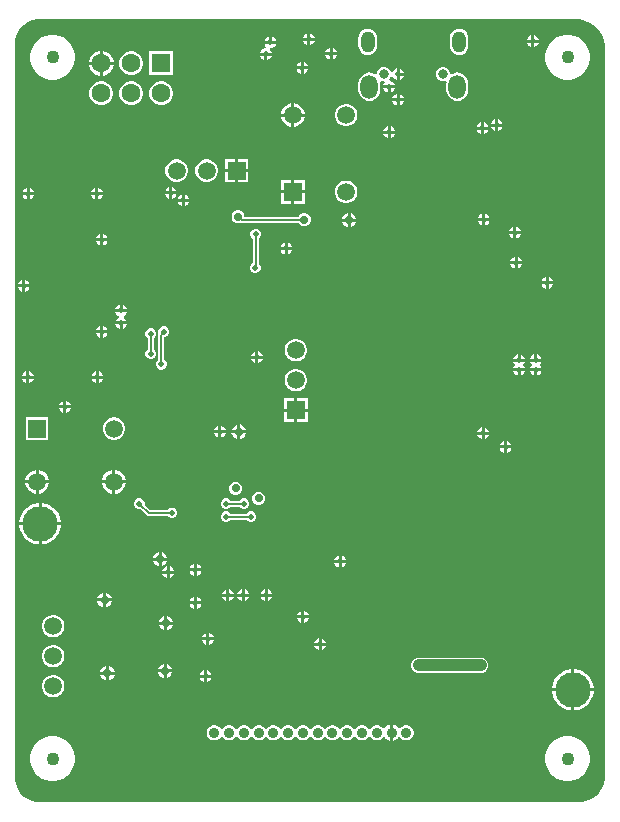
<source format=gbr>
%TF.GenerationSoftware,Altium Limited,Altium Designer,21.6.4 (81)*%
G04 Layer_Physical_Order=2*
G04 Layer_Color=16711680*
%FSLAX43Y43*%
%MOMM*%
%TF.SameCoordinates,B20EAAAA-7FFA-483C-807E-B1D6702B97A4*%
%TF.FilePolarity,Positive*%
%TF.FileFunction,Copper,L2,Bot,Signal*%
%TF.Part,Single*%
G01*
G75*
%TA.AperFunction,Conductor*%
%ADD39C,0.200*%
%ADD43C,1.000*%
%TA.AperFunction,ComponentPad*%
%ADD46C,1.498*%
%ADD47R,1.498X1.498*%
%ADD48C,0.900*%
%ADD49O,1.450X2.000*%
%ADD50O,1.150X1.800*%
%ADD51C,0.800*%
%ADD52R,1.600X1.600*%
%ADD53C,1.600*%
%TA.AperFunction,WasherPad*%
%ADD54C,1.100*%
%TA.AperFunction,ComponentPad*%
%ADD55C,1.500*%
%ADD56R,1.498X1.498*%
%ADD57R,1.500X1.500*%
%ADD58R,1.500X1.500*%
%TA.AperFunction,ViaPad*%
%ADD59C,0.700*%
%ADD60C,3.000*%
%ADD61C,0.500*%
G36*
X2100Y65749D02*
X2100Y65749D01*
X2100Y65750D01*
X47599D01*
X47600Y65749D01*
Y65749D01*
X47838Y65745D01*
X48304Y65643D01*
X48741Y65454D01*
X49133Y65185D01*
X49467Y64845D01*
X49728Y64447D01*
X49908Y64006D01*
X50000Y63538D01*
Y63300D01*
X50000D01*
X50000Y63300D01*
X50000Y1700D01*
Y1478D01*
X49914Y1044D01*
X49744Y634D01*
X49498Y266D01*
X49184Y-48D01*
X48816Y-294D01*
X48406Y-464D01*
X47972Y-550D01*
X47750D01*
Y-550D01*
X2150D01*
X2100Y-549D01*
X1891Y-545D01*
X1484Y-455D01*
X1101Y-289D01*
X758Y-52D01*
X466Y247D01*
X238Y596D01*
X80Y982D01*
X0Y1391D01*
Y1600D01*
Y63700D01*
Y63905D01*
X81Y64307D01*
X240Y64685D01*
X471Y65024D01*
X765Y65310D01*
X1109Y65533D01*
X1491Y65683D01*
X1895Y65754D01*
X2100Y65749D01*
D02*
G37*
%LPC*%
G36*
X25027Y64543D02*
Y64177D01*
X25393D01*
X25327Y64335D01*
X25185Y64477D01*
X25027Y64543D01*
D02*
G37*
G36*
X24773D02*
X24615Y64477D01*
X24473Y64335D01*
X24407Y64177D01*
X24773D01*
Y64543D01*
D02*
G37*
G36*
X43977Y64393D02*
Y64027D01*
X44343D01*
X44277Y64186D01*
X44135Y64327D01*
X43977Y64393D01*
D02*
G37*
G36*
X43723D02*
X43565Y64327D01*
X43423Y64186D01*
X43357Y64027D01*
X43723D01*
Y64393D01*
D02*
G37*
G36*
X21777Y64293D02*
Y63927D01*
X22143D01*
X22077Y64086D01*
X21935Y64227D01*
X21777Y64293D01*
D02*
G37*
G36*
X21523D02*
X21365Y64227D01*
X21223Y64086D01*
X21157Y63927D01*
X21523D01*
Y64293D01*
D02*
G37*
G36*
X25393Y63923D02*
X25027D01*
Y63557D01*
X25185Y63623D01*
X25327Y63765D01*
X25393Y63923D01*
D02*
G37*
G36*
X24773D02*
X24407D01*
X24473Y63765D01*
X24615Y63623D01*
X24773Y63557D01*
Y63923D01*
D02*
G37*
G36*
X44343Y63773D02*
X43977D01*
Y63407D01*
X44135Y63473D01*
X44277Y63615D01*
X44343Y63773D01*
D02*
G37*
G36*
X43723D02*
X43357D01*
X43423Y63615D01*
X43565Y63473D01*
X43723Y63407D01*
Y63773D01*
D02*
G37*
G36*
X26927Y63343D02*
Y62977D01*
X27293D01*
X27227Y63135D01*
X27085Y63277D01*
X26927Y63343D01*
D02*
G37*
G36*
X26673D02*
X26515Y63277D01*
X26373Y63135D01*
X26307Y62977D01*
X26673D01*
Y63343D01*
D02*
G37*
G36*
X22143Y63673D02*
X21157D01*
X21223Y63515D01*
X21306Y63431D01*
X21254Y63304D01*
X21150D01*
X20965Y63227D01*
X20823Y63085D01*
X20757Y62927D01*
X21743D01*
X21677Y63085D01*
X21594Y63169D01*
X21646Y63296D01*
X21750D01*
X21935Y63373D01*
X22077Y63515D01*
X22143Y63673D01*
D02*
G37*
G36*
X37625Y64957D02*
X37423Y64930D01*
X37234Y64852D01*
X37072Y64728D01*
X36948Y64566D01*
X36870Y64377D01*
X36843Y64175D01*
Y63525D01*
X36870Y63323D01*
X36948Y63134D01*
X37072Y62972D01*
X37234Y62848D01*
X37423Y62770D01*
X37625Y62743D01*
X37827Y62770D01*
X38016Y62848D01*
X38178Y62972D01*
X38302Y63134D01*
X38380Y63323D01*
X38407Y63525D01*
Y64175D01*
X38380Y64377D01*
X38302Y64566D01*
X38178Y64728D01*
X38016Y64852D01*
X37827Y64930D01*
X37625Y64957D01*
D02*
G37*
G36*
X29875D02*
X29673Y64930D01*
X29484Y64852D01*
X29322Y64728D01*
X29198Y64566D01*
X29120Y64377D01*
X29093Y64175D01*
Y63525D01*
X29120Y63323D01*
X29198Y63134D01*
X29322Y62972D01*
X29484Y62848D01*
X29673Y62770D01*
X29875Y62743D01*
X30077Y62770D01*
X30266Y62848D01*
X30428Y62972D01*
X30552Y63134D01*
X30630Y63323D01*
X30657Y63525D01*
Y64175D01*
X30630Y64377D01*
X30552Y64566D01*
X30428Y64728D01*
X30266Y64852D01*
X30077Y64930D01*
X29875Y64957D01*
D02*
G37*
G36*
X27293Y62723D02*
X26927D01*
Y62357D01*
X27085Y62423D01*
X27227Y62565D01*
X27293Y62723D01*
D02*
G37*
G36*
X26673D02*
X26307D01*
X26373Y62565D01*
X26515Y62423D01*
X26673Y62357D01*
Y62723D01*
D02*
G37*
G36*
X21743Y62673D02*
X21377D01*
Y62307D01*
X21535Y62373D01*
X21677Y62514D01*
X21743Y62673D01*
D02*
G37*
G36*
X21123D02*
X20757D01*
X20823Y62514D01*
X20965Y62373D01*
X21123Y62307D01*
Y62673D01*
D02*
G37*
G36*
X7459Y63094D02*
X7447D01*
Y62167D01*
X8374D01*
Y62179D01*
X8302Y62447D01*
X8163Y62687D01*
X7967Y62883D01*
X7727Y63022D01*
X7459Y63094D01*
D02*
G37*
G36*
X7193D02*
X7181D01*
X6913Y63022D01*
X6673Y62883D01*
X6477Y62687D01*
X6338Y62447D01*
X6266Y62179D01*
Y62167D01*
X7193D01*
Y63094D01*
D02*
G37*
G36*
X24477Y62143D02*
Y61777D01*
X24843D01*
X24777Y61935D01*
X24635Y62077D01*
X24477Y62143D01*
D02*
G37*
G36*
X24223D02*
X24065Y62077D01*
X23923Y61935D01*
X23857Y61777D01*
X24223D01*
Y62143D01*
D02*
G37*
G36*
X32577Y61593D02*
Y61227D01*
X32943D01*
X32877Y61385D01*
X32735Y61527D01*
X32577Y61593D01*
D02*
G37*
G36*
X24843Y61523D02*
X24477D01*
Y61157D01*
X24635Y61223D01*
X24777Y61365D01*
X24843Y61523D01*
D02*
G37*
G36*
X24223D02*
X23857D01*
X23923Y61365D01*
X24065Y61223D01*
X24223Y61157D01*
Y61523D01*
D02*
G37*
G36*
X31369Y61700D02*
X31131D01*
X30910Y61609D01*
X30741Y61440D01*
X30650Y61219D01*
Y61155D01*
X30536Y61099D01*
X30491Y61133D01*
X30266Y61226D01*
X30025Y61258D01*
X29784Y61226D01*
X29559Y61133D01*
X29365Y60985D01*
X29217Y60792D01*
X29124Y60566D01*
X29092Y60325D01*
Y59775D01*
X29124Y59534D01*
X29217Y59309D01*
X29365Y59115D01*
X29559Y58967D01*
X29784Y58874D01*
X30025Y58842D01*
X30266Y58874D01*
X30491Y58967D01*
X30685Y59115D01*
X30833Y59309D01*
X30926Y59534D01*
X30958Y59775D01*
Y60325D01*
X30943Y60440D01*
X31059Y60530D01*
X31131Y60500D01*
X31258D01*
X31310Y60373D01*
X31273Y60335D01*
X31207Y60177D01*
X32193D01*
X32127Y60335D01*
X31985Y60477D01*
X31800Y60554D01*
X31732D01*
X31680Y60681D01*
X31759Y60760D01*
X31833Y60940D01*
X31967Y60948D01*
X32023Y60815D01*
X32165Y60673D01*
X32323Y60607D01*
Y61100D01*
Y61593D01*
X32165Y61527D01*
X32023Y61385D01*
X31967Y61252D01*
X31833Y61260D01*
X31759Y61440D01*
X31590Y61609D01*
X31369Y61700D01*
D02*
G37*
G36*
X13400Y63040D02*
X11400D01*
Y61040D01*
X13400D01*
Y63040D01*
D02*
G37*
G36*
X9992D02*
X9728D01*
X9474Y62972D01*
X9246Y62840D01*
X9060Y62654D01*
X8928Y62426D01*
X8860Y62172D01*
Y61908D01*
X8928Y61654D01*
X9060Y61426D01*
X9246Y61240D01*
X9474Y61108D01*
X9728Y61040D01*
X9992D01*
X10246Y61108D01*
X10474Y61240D01*
X10660Y61426D01*
X10792Y61654D01*
X10860Y61908D01*
Y62172D01*
X10792Y62426D01*
X10660Y62654D01*
X10474Y62840D01*
X10246Y62972D01*
X9992Y63040D01*
D02*
G37*
G36*
X8374Y61913D02*
X7447D01*
Y60986D01*
X7459D01*
X7727Y61058D01*
X7967Y61197D01*
X8163Y61393D01*
X8302Y61633D01*
X8374Y61901D01*
Y61913D01*
D02*
G37*
G36*
X7193D02*
X6266D01*
Y61901D01*
X6338Y61633D01*
X6477Y61393D01*
X6673Y61197D01*
X6913Y61058D01*
X7181Y60986D01*
X7193D01*
Y61913D01*
D02*
G37*
G36*
X46987Y64450D02*
X46613D01*
X46246Y64377D01*
X45900Y64234D01*
X45589Y64026D01*
X45324Y63761D01*
X45116Y63450D01*
X44973Y63104D01*
X44900Y62737D01*
Y62363D01*
X44973Y61996D01*
X45116Y61650D01*
X45324Y61339D01*
X45589Y61074D01*
X45900Y60866D01*
X46246Y60723D01*
X46613Y60650D01*
X46987D01*
X47354Y60723D01*
X47700Y60866D01*
X48011Y61074D01*
X48276Y61339D01*
X48484Y61650D01*
X48627Y61996D01*
X48700Y62363D01*
Y62737D01*
X48627Y63104D01*
X48484Y63450D01*
X48276Y63761D01*
X48011Y64026D01*
X47700Y64234D01*
X47354Y64377D01*
X46987Y64450D01*
D02*
G37*
G36*
X3387D02*
X3013D01*
X2646Y64377D01*
X2300Y64234D01*
X1989Y64026D01*
X1724Y63761D01*
X1516Y63450D01*
X1373Y63104D01*
X1300Y62737D01*
Y62363D01*
X1373Y61996D01*
X1516Y61650D01*
X1724Y61339D01*
X1989Y61074D01*
X2300Y60866D01*
X2646Y60723D01*
X3013Y60650D01*
X3387D01*
X3754Y60723D01*
X4100Y60866D01*
X4411Y61074D01*
X4676Y61339D01*
X4884Y61650D01*
X5027Y61996D01*
X5100Y62363D01*
Y62737D01*
X5027Y63104D01*
X4884Y63450D01*
X4676Y63761D01*
X4411Y64026D01*
X4100Y64234D01*
X3754Y64377D01*
X3387Y64450D01*
D02*
G37*
G36*
X32943Y60973D02*
X32577D01*
Y60607D01*
X32735Y60673D01*
X32877Y60815D01*
X32943Y60973D01*
D02*
G37*
G36*
X32193Y59923D02*
X31827D01*
Y59557D01*
X31985Y59623D01*
X32127Y59765D01*
X32193Y59923D01*
D02*
G37*
G36*
X31573D02*
X31207D01*
X31273Y59765D01*
X31415Y59623D01*
X31573Y59557D01*
Y59923D01*
D02*
G37*
G36*
X32577Y59443D02*
Y59077D01*
X32943D01*
X32877Y59235D01*
X32735Y59377D01*
X32577Y59443D01*
D02*
G37*
G36*
X32323D02*
X32165Y59377D01*
X32023Y59235D01*
X31957Y59077D01*
X32323D01*
Y59443D01*
D02*
G37*
G36*
X36369Y61700D02*
X36131D01*
X35910Y61609D01*
X35741Y61440D01*
X35650Y61219D01*
Y60981D01*
X35741Y60760D01*
X35910Y60591D01*
X36131Y60500D01*
X36369D01*
X36441Y60530D01*
X36557Y60440D01*
X36542Y60325D01*
Y59775D01*
X36574Y59534D01*
X36667Y59309D01*
X36815Y59115D01*
X37009Y58967D01*
X37234Y58874D01*
X37475Y58842D01*
X37716Y58874D01*
X37941Y58967D01*
X38135Y59115D01*
X38283Y59309D01*
X38376Y59534D01*
X38408Y59775D01*
Y60325D01*
X38376Y60566D01*
X38283Y60792D01*
X38135Y60985D01*
X37941Y61133D01*
X37716Y61226D01*
X37475Y61258D01*
X37234Y61226D01*
X37009Y61133D01*
X36964Y61099D01*
X36850Y61155D01*
Y61219D01*
X36759Y61440D01*
X36590Y61609D01*
X36369Y61700D01*
D02*
G37*
G36*
X12532Y60500D02*
X12268D01*
X12014Y60432D01*
X11786Y60300D01*
X11600Y60114D01*
X11468Y59886D01*
X11400Y59632D01*
Y59368D01*
X11468Y59114D01*
X11600Y58886D01*
X11786Y58700D01*
X12014Y58568D01*
X12268Y58500D01*
X12532D01*
X12786Y58568D01*
X13014Y58700D01*
X13200Y58886D01*
X13332Y59114D01*
X13400Y59368D01*
Y59632D01*
X13332Y59886D01*
X13200Y60114D01*
X13014Y60300D01*
X12786Y60432D01*
X12532Y60500D01*
D02*
G37*
G36*
X9992D02*
X9728D01*
X9474Y60432D01*
X9246Y60300D01*
X9060Y60114D01*
X8928Y59886D01*
X8860Y59632D01*
Y59368D01*
X8928Y59114D01*
X9060Y58886D01*
X9246Y58700D01*
X9474Y58568D01*
X9728Y58500D01*
X9992D01*
X10246Y58568D01*
X10474Y58700D01*
X10660Y58886D01*
X10792Y59114D01*
X10860Y59368D01*
Y59632D01*
X10792Y59886D01*
X10660Y60114D01*
X10474Y60300D01*
X10246Y60432D01*
X9992Y60500D01*
D02*
G37*
G36*
X7452D02*
X7188D01*
X6934Y60432D01*
X6706Y60300D01*
X6520Y60114D01*
X6388Y59886D01*
X6320Y59632D01*
Y59368D01*
X6388Y59114D01*
X6520Y58886D01*
X6706Y58700D01*
X6934Y58568D01*
X7188Y58500D01*
X7452D01*
X7706Y58568D01*
X7934Y58700D01*
X8120Y58886D01*
X8252Y59114D01*
X8320Y59368D01*
Y59632D01*
X8252Y59886D01*
X8120Y60114D01*
X7934Y60300D01*
X7706Y60432D01*
X7452Y60500D01*
D02*
G37*
G36*
X32943Y58823D02*
X32577D01*
Y58457D01*
X32735Y58523D01*
X32877Y58665D01*
X32943Y58823D01*
D02*
G37*
G36*
X32323D02*
X31957D01*
X32023Y58665D01*
X32165Y58523D01*
X32323Y58457D01*
Y58823D01*
D02*
G37*
G36*
X23682Y58653D02*
X23677D01*
Y57777D01*
X24553D01*
Y57782D01*
X24485Y58037D01*
X24353Y58266D01*
X24166Y58453D01*
X23937Y58585D01*
X23682Y58653D01*
D02*
G37*
G36*
X23423D02*
X23418D01*
X23163Y58585D01*
X22934Y58453D01*
X22747Y58266D01*
X22615Y58037D01*
X22547Y57782D01*
Y57777D01*
X23423D01*
Y58653D01*
D02*
G37*
G36*
X40927Y57293D02*
Y56927D01*
X41293D01*
X41227Y57085D01*
X41085Y57227D01*
X40927Y57293D01*
D02*
G37*
G36*
X40673D02*
X40515Y57227D01*
X40373Y57085D01*
X40307Y56927D01*
X40673D01*
Y57293D01*
D02*
G37*
G36*
X28175Y58599D02*
X27925D01*
X27684Y58534D01*
X27467Y58409D01*
X27291Y58233D01*
X27166Y58016D01*
X27101Y57775D01*
Y57525D01*
X27166Y57284D01*
X27291Y57067D01*
X27467Y56891D01*
X27684Y56766D01*
X27925Y56701D01*
X28175D01*
X28416Y56766D01*
X28633Y56891D01*
X28809Y57067D01*
X28934Y57284D01*
X28999Y57525D01*
Y57775D01*
X28934Y58016D01*
X28809Y58233D01*
X28633Y58409D01*
X28416Y58534D01*
X28175Y58599D01*
D02*
G37*
G36*
X39727Y57043D02*
Y56677D01*
X40093D01*
X40027Y56835D01*
X39885Y56977D01*
X39727Y57043D01*
D02*
G37*
G36*
X39473D02*
X39315Y56977D01*
X39173Y56835D01*
X39107Y56677D01*
X39473D01*
Y57043D01*
D02*
G37*
G36*
X24553Y57523D02*
X23677D01*
Y56647D01*
X23682D01*
X23937Y56715D01*
X24166Y56847D01*
X24353Y57034D01*
X24485Y57263D01*
X24553Y57518D01*
Y57523D01*
D02*
G37*
G36*
X23423D02*
X22547D01*
Y57518D01*
X22615Y57263D01*
X22747Y57034D01*
X22934Y56847D01*
X23163Y56715D01*
X23418Y56647D01*
X23423D01*
Y57523D01*
D02*
G37*
G36*
X31827Y56693D02*
Y56327D01*
X32193D01*
X32127Y56485D01*
X31985Y56627D01*
X31827Y56693D01*
D02*
G37*
G36*
X31573D02*
X31415Y56627D01*
X31273Y56485D01*
X31207Y56327D01*
X31573D01*
Y56693D01*
D02*
G37*
G36*
X41293Y56673D02*
X40927D01*
Y56307D01*
X41085Y56373D01*
X41227Y56515D01*
X41293Y56673D01*
D02*
G37*
G36*
X40673D02*
X40307D01*
X40373Y56515D01*
X40515Y56373D01*
X40673Y56307D01*
Y56673D01*
D02*
G37*
G36*
X40093Y56423D02*
X39727D01*
Y56057D01*
X39885Y56123D01*
X40027Y56265D01*
X40093Y56423D01*
D02*
G37*
G36*
X39473D02*
X39107D01*
X39173Y56265D01*
X39315Y56123D01*
X39473Y56057D01*
Y56423D01*
D02*
G37*
G36*
X32193Y56073D02*
X31827D01*
Y55707D01*
X31985Y55773D01*
X32127Y55915D01*
X32193Y56073D01*
D02*
G37*
G36*
X31573D02*
X31207D01*
X31273Y55915D01*
X31415Y55773D01*
X31573Y55707D01*
Y56073D01*
D02*
G37*
G36*
X19784Y53954D02*
X18907D01*
Y53077D01*
X19784D01*
Y53954D01*
D02*
G37*
G36*
X18653D02*
X17776D01*
Y53077D01*
X18653D01*
Y53954D01*
D02*
G37*
G36*
X16365Y53900D02*
X16115D01*
X15873Y53835D01*
X15657Y53710D01*
X15480Y53533D01*
X15355Y53317D01*
X15290Y53075D01*
Y52825D01*
X15355Y52583D01*
X15480Y52367D01*
X15657Y52190D01*
X15873Y52065D01*
X16115Y52000D01*
X16365D01*
X16607Y52065D01*
X16823Y52190D01*
X17000Y52367D01*
X17125Y52583D01*
X17190Y52825D01*
Y53075D01*
X17125Y53317D01*
X17000Y53533D01*
X16823Y53710D01*
X16607Y53835D01*
X16365Y53900D01*
D02*
G37*
G36*
X13825D02*
X13575D01*
X13333Y53835D01*
X13117Y53710D01*
X12940Y53533D01*
X12815Y53317D01*
X12750Y53075D01*
Y52825D01*
X12815Y52583D01*
X12940Y52367D01*
X13117Y52190D01*
X13333Y52065D01*
X13575Y52000D01*
X13825D01*
X14067Y52065D01*
X14283Y52190D01*
X14460Y52367D01*
X14585Y52583D01*
X14650Y52825D01*
Y53075D01*
X14585Y53317D01*
X14460Y53533D01*
X14283Y53710D01*
X14067Y53835D01*
X13825Y53900D01*
D02*
G37*
G36*
X19784Y52823D02*
X18907D01*
Y51946D01*
X19784D01*
Y52823D01*
D02*
G37*
G36*
X18653D02*
X17776D01*
Y51946D01*
X18653D01*
Y52823D01*
D02*
G37*
G36*
X24553Y52153D02*
X23677D01*
Y51277D01*
X24553D01*
Y52153D01*
D02*
G37*
G36*
X23423D02*
X22547D01*
Y51277D01*
X23423D01*
Y52153D01*
D02*
G37*
G36*
X13327Y51543D02*
Y51177D01*
X13693D01*
X13627Y51335D01*
X13485Y51477D01*
X13327Y51543D01*
D02*
G37*
G36*
X13073D02*
X12915Y51477D01*
X12773Y51335D01*
X12707Y51177D01*
X13073D01*
Y51543D01*
D02*
G37*
G36*
X7077Y51493D02*
Y51127D01*
X7443D01*
X7377Y51285D01*
X7235Y51427D01*
X7077Y51493D01*
D02*
G37*
G36*
X6823D02*
X6665Y51427D01*
X6523Y51285D01*
X6457Y51127D01*
X6823D01*
Y51493D01*
D02*
G37*
G36*
X1277D02*
Y51127D01*
X1643D01*
X1577Y51285D01*
X1435Y51427D01*
X1277Y51493D01*
D02*
G37*
G36*
X1023D02*
X865Y51427D01*
X723Y51285D01*
X657Y51127D01*
X1023D01*
Y51493D01*
D02*
G37*
G36*
X13693Y50923D02*
X13327D01*
Y50557D01*
X13485Y50623D01*
X13627Y50765D01*
X13693Y50923D01*
D02*
G37*
G36*
X13073D02*
X12707D01*
X12773Y50765D01*
X12915Y50623D01*
X13073Y50557D01*
Y50923D01*
D02*
G37*
G36*
X14402Y50918D02*
Y50552D01*
X14768D01*
X14702Y50710D01*
X14560Y50852D01*
X14402Y50918D01*
D02*
G37*
G36*
X14148D02*
X13990Y50852D01*
X13848Y50710D01*
X13782Y50552D01*
X14148D01*
Y50918D01*
D02*
G37*
G36*
X7443Y50873D02*
X7077D01*
Y50507D01*
X7235Y50573D01*
X7377Y50715D01*
X7443Y50873D01*
D02*
G37*
G36*
X6823D02*
X6457D01*
X6523Y50715D01*
X6665Y50573D01*
X6823Y50507D01*
Y50873D01*
D02*
G37*
G36*
X1643D02*
X1277D01*
Y50507D01*
X1435Y50573D01*
X1577Y50715D01*
X1643Y50873D01*
D02*
G37*
G36*
X1023D02*
X657D01*
X723Y50715D01*
X865Y50573D01*
X1023Y50507D01*
Y50873D01*
D02*
G37*
G36*
X28175Y52099D02*
X27925D01*
X27684Y52034D01*
X27467Y51909D01*
X27291Y51733D01*
X27166Y51516D01*
X27101Y51275D01*
Y51025D01*
X27166Y50784D01*
X27291Y50567D01*
X27467Y50391D01*
X27684Y50266D01*
X27925Y50201D01*
X28175D01*
X28416Y50266D01*
X28633Y50391D01*
X28809Y50567D01*
X28934Y50784D01*
X28999Y51025D01*
Y51275D01*
X28934Y51516D01*
X28809Y51733D01*
X28633Y51909D01*
X28416Y52034D01*
X28175Y52099D01*
D02*
G37*
G36*
X24553Y51023D02*
X23677D01*
Y50147D01*
X24553D01*
Y51023D01*
D02*
G37*
G36*
X23423D02*
X22547D01*
Y50147D01*
X23423D01*
Y51023D01*
D02*
G37*
G36*
X14768Y50298D02*
X14402D01*
Y49932D01*
X14560Y49998D01*
X14702Y50140D01*
X14768Y50298D01*
D02*
G37*
G36*
X14148D02*
X13782D01*
X13848Y50140D01*
X13990Y49998D01*
X14148Y49932D01*
Y50298D01*
D02*
G37*
G36*
X39827Y49293D02*
Y48927D01*
X40193D01*
X40127Y49085D01*
X39985Y49227D01*
X39827Y49293D01*
D02*
G37*
G36*
X39573D02*
X39415Y49227D01*
X39273Y49085D01*
X39207Y48927D01*
X39573D01*
Y49293D01*
D02*
G37*
G36*
X28427Y49351D02*
Y48877D01*
X28901D01*
X28812Y49092D01*
X28642Y49262D01*
X28427Y49351D01*
D02*
G37*
G36*
X28173D02*
X27958Y49262D01*
X27788Y49092D01*
X27699Y48877D01*
X28173D01*
Y49351D01*
D02*
G37*
G36*
X40193Y48673D02*
X39827D01*
Y48307D01*
X39985Y48373D01*
X40127Y48515D01*
X40193Y48673D01*
D02*
G37*
G36*
X39573D02*
X39207D01*
X39273Y48515D01*
X39415Y48373D01*
X39573Y48307D01*
Y48673D01*
D02*
G37*
G36*
X19009Y49600D02*
X18791D01*
X18588Y49516D01*
X18434Y49362D01*
X18350Y49159D01*
Y48941D01*
X18434Y48738D01*
X18588Y48584D01*
X18791Y48500D01*
X19009D01*
X19168Y48566D01*
X19170Y48565D01*
X19267Y48545D01*
X24010D01*
X24034Y48488D01*
X24188Y48334D01*
X24391Y48250D01*
X24609D01*
X24812Y48334D01*
X24966Y48488D01*
X25050Y48691D01*
Y48909D01*
X24966Y49112D01*
X24812Y49266D01*
X24609Y49350D01*
X24391D01*
X24188Y49266D01*
X24034Y49112D01*
X24010Y49055D01*
X19450D01*
Y49159D01*
X19366Y49362D01*
X19212Y49516D01*
X19009Y49600D01*
D02*
G37*
G36*
X28901Y48623D02*
X28427D01*
Y48149D01*
X28642Y48238D01*
X28812Y48408D01*
X28901Y48623D01*
D02*
G37*
G36*
X28173D02*
X27699D01*
X27788Y48408D01*
X27958Y48238D01*
X28173Y48149D01*
Y48623D01*
D02*
G37*
G36*
X42477Y48193D02*
Y47827D01*
X42843D01*
X42777Y47985D01*
X42635Y48127D01*
X42477Y48193D01*
D02*
G37*
G36*
X42223D02*
X42065Y48127D01*
X41923Y47985D01*
X41857Y47827D01*
X42223D01*
Y48193D01*
D02*
G37*
G36*
X7477Y47593D02*
Y47227D01*
X7843D01*
X7777Y47386D01*
X7635Y47527D01*
X7477Y47593D01*
D02*
G37*
G36*
X7223D02*
X7064Y47527D01*
X6923Y47386D01*
X6857Y47227D01*
X7223D01*
Y47593D01*
D02*
G37*
G36*
X42843Y47573D02*
X42477D01*
Y47207D01*
X42635Y47273D01*
X42777Y47415D01*
X42843Y47573D01*
D02*
G37*
G36*
X42223D02*
X41857D01*
X41923Y47415D01*
X42065Y47273D01*
X42223Y47207D01*
Y47573D01*
D02*
G37*
G36*
X7843Y46973D02*
X7477D01*
Y46607D01*
X7635Y46673D01*
X7777Y46815D01*
X7843Y46973D01*
D02*
G37*
G36*
X7223D02*
X6857D01*
X6923Y46815D01*
X7064Y46673D01*
X7223Y46607D01*
Y46973D01*
D02*
G37*
G36*
X23127Y46843D02*
Y46477D01*
X23493D01*
X23427Y46635D01*
X23285Y46777D01*
X23127Y46843D01*
D02*
G37*
G36*
X22873D02*
X22715Y46777D01*
X22573Y46635D01*
X22507Y46477D01*
X22873D01*
Y46843D01*
D02*
G37*
G36*
X23493Y46223D02*
X23127D01*
Y45857D01*
X23285Y45923D01*
X23427Y46065D01*
X23493Y46223D01*
D02*
G37*
G36*
X22873D02*
X22507D01*
X22573Y46065D01*
X22715Y45923D01*
X22873Y45857D01*
Y46223D01*
D02*
G37*
G36*
X42577Y45643D02*
Y45277D01*
X42943D01*
X42877Y45435D01*
X42735Y45577D01*
X42577Y45643D01*
D02*
G37*
G36*
X42323D02*
X42165Y45577D01*
X42023Y45435D01*
X41957Y45277D01*
X42323D01*
Y45643D01*
D02*
G37*
G36*
X42943Y45023D02*
X42577D01*
Y44657D01*
X42735Y44723D01*
X42877Y44865D01*
X42943Y45023D01*
D02*
G37*
G36*
X42323D02*
X41957D01*
X42023Y44865D01*
X42165Y44723D01*
X42323Y44657D01*
Y45023D01*
D02*
G37*
G36*
X20490Y48000D02*
X20310D01*
X20145Y47931D01*
X20019Y47805D01*
X19950Y47640D01*
Y47460D01*
X20019Y47295D01*
X20131Y47182D01*
Y45087D01*
X20118Y45081D01*
X19991Y44955D01*
X19923Y44790D01*
Y44610D01*
X19991Y44445D01*
X20118Y44319D01*
X20283Y44250D01*
X20462D01*
X20627Y44319D01*
X20754Y44445D01*
X20823Y44610D01*
Y44790D01*
X20754Y44955D01*
X20641Y45068D01*
Y47163D01*
X20655Y47169D01*
X20781Y47295D01*
X20850Y47460D01*
Y47640D01*
X20781Y47805D01*
X20655Y47931D01*
X20490Y48000D01*
D02*
G37*
G36*
X45227Y43943D02*
Y43577D01*
X45593D01*
X45527Y43736D01*
X45385Y43877D01*
X45227Y43943D01*
D02*
G37*
G36*
X44973D02*
X44815Y43877D01*
X44673Y43736D01*
X44607Y43577D01*
X44973D01*
Y43943D01*
D02*
G37*
G36*
X877Y43693D02*
Y43327D01*
X1243D01*
X1177Y43486D01*
X1035Y43627D01*
X877Y43693D01*
D02*
G37*
G36*
X623D02*
X465Y43627D01*
X323Y43486D01*
X257Y43327D01*
X623D01*
Y43693D01*
D02*
G37*
G36*
X45593Y43323D02*
X45227D01*
Y42957D01*
X45385Y43023D01*
X45527Y43165D01*
X45593Y43323D01*
D02*
G37*
G36*
X44973D02*
X44607D01*
X44673Y43165D01*
X44815Y43023D01*
X44973Y42957D01*
Y43323D01*
D02*
G37*
G36*
X1243Y43073D02*
X877D01*
Y42707D01*
X1035Y42773D01*
X1177Y42915D01*
X1243Y43073D01*
D02*
G37*
G36*
X623D02*
X257D01*
X323Y42915D01*
X465Y42773D01*
X623Y42707D01*
Y43073D01*
D02*
G37*
G36*
X9127Y41593D02*
Y41227D01*
X9493D01*
X9427Y41386D01*
X9285Y41527D01*
X9127Y41593D01*
D02*
G37*
G36*
X8873D02*
X8715Y41527D01*
X8573Y41386D01*
X8507Y41227D01*
X8873D01*
Y41593D01*
D02*
G37*
G36*
X9493Y40973D02*
X8507D01*
X8573Y40815D01*
X8715Y40673D01*
X8785Y40644D01*
Y40506D01*
X8715Y40477D01*
X8573Y40335D01*
X8507Y40177D01*
X9493D01*
X9427Y40335D01*
X9285Y40477D01*
X9215Y40506D01*
Y40644D01*
X9285Y40673D01*
X9427Y40815D01*
X9493Y40973D01*
D02*
G37*
G36*
Y39923D02*
X9127D01*
Y39557D01*
X9285Y39623D01*
X9427Y39765D01*
X9493Y39923D01*
D02*
G37*
G36*
X8873D02*
X8507D01*
X8573Y39765D01*
X8715Y39623D01*
X8873Y39557D01*
Y39923D01*
D02*
G37*
G36*
X7477Y39793D02*
Y39427D01*
X7843D01*
X7777Y39585D01*
X7635Y39727D01*
X7477Y39793D01*
D02*
G37*
G36*
X7223D02*
X7064Y39727D01*
X6923Y39585D01*
X6857Y39427D01*
X7223D01*
Y39793D01*
D02*
G37*
G36*
X7843Y39173D02*
X7477D01*
Y38807D01*
X7635Y38873D01*
X7777Y39015D01*
X7843Y39173D01*
D02*
G37*
G36*
X7223D02*
X6857D01*
X6923Y39015D01*
X7064Y38873D01*
X7223Y38807D01*
Y39173D01*
D02*
G37*
G36*
X20627Y37643D02*
Y37277D01*
X20993D01*
X20927Y37436D01*
X20785Y37577D01*
X20627Y37643D01*
D02*
G37*
G36*
X20373D02*
X20215Y37577D01*
X20073Y37436D01*
X20007Y37277D01*
X20373D01*
Y37643D01*
D02*
G37*
G36*
X42827Y37393D02*
Y37027D01*
X43193D01*
X43127Y37186D01*
X42985Y37327D01*
X42827Y37393D01*
D02*
G37*
G36*
X42573D02*
X42415Y37327D01*
X42273Y37186D01*
X42207Y37027D01*
X42573D01*
Y37393D01*
D02*
G37*
G36*
X44227Y37393D02*
Y37027D01*
X44593D01*
X44527Y37185D01*
X44385Y37327D01*
X44227Y37393D01*
D02*
G37*
G36*
X43973D02*
X43815Y37327D01*
X43673Y37185D01*
X43607Y37027D01*
X43973D01*
Y37393D01*
D02*
G37*
G36*
X11590Y39600D02*
X11410D01*
X11245Y39531D01*
X11119Y39405D01*
X11050Y39240D01*
Y39060D01*
X11119Y38895D01*
X11245Y38769D01*
X11245Y38769D01*
Y37831D01*
X11245Y37831D01*
X11119Y37705D01*
X11050Y37540D01*
Y37360D01*
X11119Y37195D01*
X11245Y37069D01*
X11410Y37000D01*
X11590D01*
X11755Y37069D01*
X11881Y37195D01*
X11950Y37360D01*
Y37540D01*
X11881Y37705D01*
X11755Y37831D01*
X11755Y37831D01*
Y38769D01*
X11755Y38769D01*
X11881Y38895D01*
X11950Y39060D01*
Y39240D01*
X11881Y39405D01*
X11755Y39531D01*
X11590Y39600D01*
D02*
G37*
G36*
X23925Y38700D02*
X23675D01*
X23433Y38635D01*
X23217Y38510D01*
X23040Y38333D01*
X22915Y38117D01*
X22850Y37875D01*
Y37625D01*
X22915Y37383D01*
X23040Y37167D01*
X23217Y36990D01*
X23433Y36865D01*
X23675Y36800D01*
X23925D01*
X24167Y36865D01*
X24383Y36990D01*
X24560Y37167D01*
X24685Y37383D01*
X24750Y37625D01*
Y37875D01*
X24685Y38117D01*
X24560Y38333D01*
X24383Y38510D01*
X24167Y38635D01*
X23925Y38700D01*
D02*
G37*
G36*
X20993Y37023D02*
X20627D01*
Y36657D01*
X20785Y36723D01*
X20927Y36865D01*
X20993Y37023D01*
D02*
G37*
G36*
X20373D02*
X20007D01*
X20073Y36865D01*
X20215Y36723D01*
X20373Y36657D01*
Y37023D01*
D02*
G37*
G36*
X44593Y36773D02*
X43607D01*
X43673Y36615D01*
X43787Y36500D01*
X43673Y36385D01*
X43607Y36227D01*
X44593D01*
X44527Y36385D01*
X44413Y36500D01*
X44527Y36615D01*
X44593Y36773D01*
D02*
G37*
G36*
X43193Y36773D02*
X42207D01*
X42273Y36615D01*
X42387Y36500D01*
X42273Y36385D01*
X42207Y36227D01*
X43193D01*
X43127Y36385D01*
X43013Y36500D01*
X43127Y36615D01*
X43193Y36773D01*
D02*
G37*
G36*
X12690Y39750D02*
X12510D01*
X12345Y39681D01*
X12219Y39555D01*
X12150Y39390D01*
Y39210D01*
X12180Y39139D01*
X12165Y39116D01*
X12145Y39019D01*
Y36931D01*
X12145Y36931D01*
X12019Y36805D01*
X11950Y36640D01*
Y36460D01*
X12019Y36295D01*
X12145Y36169D01*
X12310Y36100D01*
X12490D01*
X12655Y36169D01*
X12781Y36295D01*
X12850Y36460D01*
Y36640D01*
X12781Y36805D01*
X12655Y36931D01*
X12655Y36931D01*
Y38850D01*
X12690D01*
X12855Y38919D01*
X12981Y39045D01*
X13050Y39210D01*
Y39390D01*
X12981Y39555D01*
X12855Y39681D01*
X12690Y39750D01*
D02*
G37*
G36*
X44593Y35973D02*
X44227D01*
Y35607D01*
X44385Y35673D01*
X44527Y35815D01*
X44593Y35973D01*
D02*
G37*
G36*
X43973D02*
X43607D01*
X43673Y35815D01*
X43814Y35673D01*
X43973Y35607D01*
Y35973D01*
D02*
G37*
G36*
X43193Y35973D02*
X42827D01*
Y35607D01*
X42985Y35673D01*
X43127Y35815D01*
X43193Y35973D01*
D02*
G37*
G36*
X42573D02*
X42207D01*
X42273Y35815D01*
X42415Y35673D01*
X42573Y35607D01*
Y35973D01*
D02*
G37*
G36*
X7127Y35943D02*
Y35577D01*
X7493D01*
X7427Y35736D01*
X7285Y35877D01*
X7127Y35943D01*
D02*
G37*
G36*
X6873D02*
X6715Y35877D01*
X6573Y35736D01*
X6507Y35577D01*
X6873D01*
Y35943D01*
D02*
G37*
G36*
X1227D02*
Y35577D01*
X1593D01*
X1527Y35736D01*
X1385Y35877D01*
X1227Y35943D01*
D02*
G37*
G36*
X973D02*
X815Y35877D01*
X673Y35736D01*
X607Y35577D01*
X973D01*
Y35943D01*
D02*
G37*
G36*
X7493Y35323D02*
X7127D01*
Y34957D01*
X7285Y35023D01*
X7427Y35165D01*
X7493Y35323D01*
D02*
G37*
G36*
X6873D02*
X6507D01*
X6573Y35165D01*
X6715Y35023D01*
X6873Y34957D01*
Y35323D01*
D02*
G37*
G36*
X1593D02*
X1227D01*
Y34957D01*
X1385Y35023D01*
X1527Y35165D01*
X1593Y35323D01*
D02*
G37*
G36*
X973D02*
X607D01*
X673Y35165D01*
X815Y35023D01*
X973Y34957D01*
Y35323D01*
D02*
G37*
G36*
X23925Y36160D02*
X23675D01*
X23433Y36095D01*
X23217Y35970D01*
X23040Y35793D01*
X22915Y35577D01*
X22850Y35335D01*
Y35085D01*
X22915Y34843D01*
X23040Y34627D01*
X23217Y34450D01*
X23433Y34325D01*
X23675Y34260D01*
X23925D01*
X24167Y34325D01*
X24383Y34450D01*
X24560Y34627D01*
X24685Y34843D01*
X24750Y35085D01*
Y35335D01*
X24685Y35577D01*
X24560Y35793D01*
X24383Y35970D01*
X24167Y36095D01*
X23925Y36160D01*
D02*
G37*
G36*
X4377Y33443D02*
Y33077D01*
X4743D01*
X4677Y33235D01*
X4535Y33377D01*
X4377Y33443D01*
D02*
G37*
G36*
X4123D02*
X3965Y33377D01*
X3823Y33235D01*
X3757Y33077D01*
X4123D01*
Y33443D01*
D02*
G37*
G36*
X24804Y33674D02*
X23927D01*
Y32797D01*
X24804D01*
Y33674D01*
D02*
G37*
G36*
X23673D02*
X22796D01*
Y32797D01*
X23673D01*
Y33674D01*
D02*
G37*
G36*
X4743Y32823D02*
X4377D01*
Y32457D01*
X4535Y32523D01*
X4677Y32665D01*
X4743Y32823D01*
D02*
G37*
G36*
X4123D02*
X3757D01*
X3823Y32665D01*
X3965Y32523D01*
X4123Y32457D01*
Y32823D01*
D02*
G37*
G36*
X24804Y32543D02*
X23927D01*
Y31666D01*
X24804D01*
Y32543D01*
D02*
G37*
G36*
X23673D02*
X22796D01*
Y31666D01*
X23673D01*
Y32543D01*
D02*
G37*
G36*
X17477Y31343D02*
Y30977D01*
X17843D01*
X17777Y31135D01*
X17635Y31277D01*
X17477Y31343D01*
D02*
G37*
G36*
X17223D02*
X17065Y31277D01*
X16923Y31135D01*
X16857Y30977D01*
X17223D01*
Y31343D01*
D02*
G37*
G36*
X19077Y31451D02*
Y30977D01*
X19551D01*
X19462Y31192D01*
X19292Y31362D01*
X19077Y31451D01*
D02*
G37*
G36*
X18823D02*
X18608Y31362D01*
X18438Y31192D01*
X18349Y30977D01*
X18823D01*
Y31451D01*
D02*
G37*
G36*
X39777Y31193D02*
Y30827D01*
X40143D01*
X40077Y30985D01*
X39935Y31127D01*
X39777Y31193D01*
D02*
G37*
G36*
X39523D02*
X39365Y31127D01*
X39223Y30985D01*
X39157Y30827D01*
X39523D01*
Y31193D01*
D02*
G37*
G36*
X17843Y30723D02*
X17477D01*
Y30357D01*
X17635Y30423D01*
X17777Y30565D01*
X17843Y30723D01*
D02*
G37*
G36*
X17223D02*
X16857D01*
X16923Y30565D01*
X17065Y30423D01*
X17223Y30357D01*
Y30723D01*
D02*
G37*
G36*
X19551Y30723D02*
X19077D01*
Y30249D01*
X19292Y30338D01*
X19462Y30508D01*
X19551Y30723D01*
D02*
G37*
G36*
X18823D02*
X18349D01*
X18438Y30508D01*
X18608Y30338D01*
X18823Y30249D01*
Y30723D01*
D02*
G37*
G36*
X40143Y30573D02*
X39777D01*
Y30207D01*
X39935Y30273D01*
X40077Y30415D01*
X40143Y30573D01*
D02*
G37*
G36*
X39523D02*
X39157D01*
X39223Y30415D01*
X39365Y30273D01*
X39523Y30207D01*
Y30573D01*
D02*
G37*
G36*
X8525Y32049D02*
X8275D01*
X8034Y31984D01*
X7817Y31859D01*
X7641Y31683D01*
X7516Y31466D01*
X7451Y31225D01*
Y30975D01*
X7516Y30734D01*
X7641Y30517D01*
X7817Y30341D01*
X8034Y30216D01*
X8275Y30151D01*
X8525D01*
X8766Y30216D01*
X8983Y30341D01*
X9159Y30517D01*
X9284Y30734D01*
X9349Y30975D01*
Y31225D01*
X9284Y31466D01*
X9159Y31683D01*
X8983Y31859D01*
X8766Y31984D01*
X8525Y32049D01*
D02*
G37*
G36*
X2849D02*
X951D01*
Y30151D01*
X2849D01*
Y32049D01*
D02*
G37*
G36*
X41677Y30043D02*
Y29677D01*
X42043D01*
X41977Y29835D01*
X41835Y29977D01*
X41677Y30043D01*
D02*
G37*
G36*
X41423D02*
X41265Y29977D01*
X41123Y29835D01*
X41057Y29677D01*
X41423D01*
Y30043D01*
D02*
G37*
G36*
X42043Y29423D02*
X41677D01*
Y29057D01*
X41835Y29123D01*
X41977Y29265D01*
X42043Y29423D01*
D02*
G37*
G36*
X41423D02*
X41057D01*
X41123Y29265D01*
X41265Y29123D01*
X41423Y29057D01*
Y29423D01*
D02*
G37*
G36*
X8532Y27603D02*
X8527D01*
Y26727D01*
X9403D01*
Y26732D01*
X9335Y26987D01*
X9203Y27216D01*
X9016Y27403D01*
X8787Y27535D01*
X8532Y27603D01*
D02*
G37*
G36*
X8273D02*
X8268D01*
X8013Y27535D01*
X7784Y27403D01*
X7597Y27216D01*
X7465Y26987D01*
X7397Y26732D01*
Y26727D01*
X8273D01*
Y27603D01*
D02*
G37*
G36*
X2032D02*
X2027D01*
Y26727D01*
X2903D01*
Y26732D01*
X2835Y26987D01*
X2703Y27216D01*
X2516Y27403D01*
X2287Y27535D01*
X2032Y27603D01*
D02*
G37*
G36*
X1773D02*
X1768D01*
X1513Y27535D01*
X1284Y27403D01*
X1097Y27216D01*
X965Y26987D01*
X897Y26732D01*
Y26727D01*
X1773D01*
Y27603D01*
D02*
G37*
G36*
X9403Y26473D02*
X8527D01*
Y25597D01*
X8532D01*
X8787Y25665D01*
X9016Y25797D01*
X9203Y25984D01*
X9335Y26213D01*
X9403Y26468D01*
Y26473D01*
D02*
G37*
G36*
X8273D02*
X7397D01*
Y26468D01*
X7465Y26213D01*
X7597Y25984D01*
X7784Y25797D01*
X8013Y25665D01*
X8268Y25597D01*
X8273D01*
Y26473D01*
D02*
G37*
G36*
X2903D02*
X2027D01*
Y25597D01*
X2032D01*
X2287Y25665D01*
X2516Y25797D01*
X2703Y25984D01*
X2835Y26213D01*
X2903Y26468D01*
Y26473D01*
D02*
G37*
G36*
X1773D02*
X897D01*
Y26468D01*
X965Y26213D01*
X1097Y25984D01*
X1284Y25797D01*
X1513Y25665D01*
X1768Y25597D01*
X1773D01*
Y26473D01*
D02*
G37*
G36*
X18809Y26600D02*
X18591D01*
X18388Y26516D01*
X18234Y26362D01*
X18150Y26159D01*
Y25941D01*
X18234Y25738D01*
X18388Y25584D01*
X18591Y25500D01*
X18809D01*
X19012Y25584D01*
X19166Y25738D01*
X19250Y25941D01*
Y26159D01*
X19166Y26362D01*
X19012Y26516D01*
X18809Y26600D01*
D02*
G37*
G36*
X20759Y25750D02*
X20541D01*
X20338Y25666D01*
X20184Y25512D01*
X20100Y25309D01*
Y25091D01*
X20184Y24888D01*
X20338Y24734D01*
X20541Y24650D01*
X20759D01*
X20962Y24734D01*
X21116Y24888D01*
X21200Y25091D01*
Y25309D01*
X21116Y25512D01*
X20962Y25666D01*
X20759Y25750D01*
D02*
G37*
G36*
X17990Y25200D02*
X17810D01*
X17645Y25131D01*
X17519Y25005D01*
X17450Y24840D01*
Y24660D01*
X17519Y24495D01*
X17645Y24369D01*
X17810Y24300D01*
X17990D01*
X18155Y24369D01*
X18281Y24495D01*
X18281Y24495D01*
X19018D01*
X19019Y24495D01*
X19145Y24369D01*
X19310Y24300D01*
X19490D01*
X19655Y24369D01*
X19781Y24495D01*
X19850Y24660D01*
Y24840D01*
X19781Y25005D01*
X19655Y25131D01*
X19490Y25200D01*
X19310D01*
X19145Y25131D01*
X19019Y25005D01*
X19019Y25005D01*
X18281D01*
X18281Y25005D01*
X18155Y25131D01*
X17990Y25200D01*
D02*
G37*
G36*
X20090Y24100D02*
X19910D01*
X19745Y24031D01*
X19619Y23905D01*
X19619Y23905D01*
X18281D01*
X18281Y23905D01*
X18155Y24031D01*
X17990Y24100D01*
X17810D01*
X17645Y24031D01*
X17519Y23905D01*
X17450Y23740D01*
Y23560D01*
X17519Y23395D01*
X17645Y23269D01*
X17810Y23200D01*
X17990D01*
X18155Y23269D01*
X18281Y23395D01*
X18281Y23395D01*
X19619D01*
X19619Y23395D01*
X19745Y23269D01*
X19910Y23200D01*
X20090D01*
X20255Y23269D01*
X20381Y23395D01*
X20450Y23560D01*
Y23740D01*
X20381Y23905D01*
X20255Y24031D01*
X20090Y24100D01*
D02*
G37*
G36*
X10640Y25200D02*
X10460D01*
X10295Y25131D01*
X10169Y25005D01*
X10100Y24840D01*
Y24660D01*
X10169Y24495D01*
X10295Y24369D01*
X10460Y24300D01*
X10640D01*
X10640Y24300D01*
X11156Y23784D01*
X11238Y23728D01*
X11336Y23709D01*
X12905D01*
X12905Y23709D01*
X13031Y23582D01*
X13197Y23514D01*
X13376D01*
X13541Y23582D01*
X13668Y23709D01*
X13736Y23874D01*
Y24053D01*
X13668Y24219D01*
X13541Y24345D01*
X13376Y24414D01*
X13197D01*
X13031Y24345D01*
X12905Y24219D01*
X12905Y24219D01*
X11442D01*
X11000Y24660D01*
X11000Y24660D01*
Y24840D01*
X10931Y25005D01*
X10805Y25131D01*
X10640Y25200D01*
D02*
G37*
G36*
X2323Y24804D02*
X2277D01*
Y23177D01*
X3904D01*
Y23223D01*
X3837Y23562D01*
X3704Y23881D01*
X3512Y24168D01*
X3268Y24412D01*
X2981Y24604D01*
X2662Y24737D01*
X2323Y24804D01*
D02*
G37*
G36*
X2023D02*
X1977D01*
X1638Y24737D01*
X1319Y24604D01*
X1032Y24412D01*
X788Y24168D01*
X596Y23881D01*
X463Y23562D01*
X396Y23223D01*
Y23177D01*
X2023D01*
Y24804D01*
D02*
G37*
G36*
X3904Y22923D02*
X2277D01*
Y21296D01*
X2323D01*
X2662Y21363D01*
X2981Y21496D01*
X3268Y21688D01*
X3512Y21932D01*
X3704Y22219D01*
X3837Y22538D01*
X3904Y22877D01*
Y22923D01*
D02*
G37*
G36*
X2023D02*
X396D01*
Y22877D01*
X463Y22538D01*
X596Y22219D01*
X788Y21932D01*
X1032Y21688D01*
X1319Y21496D01*
X1638Y21363D01*
X1977Y21296D01*
X2023D01*
Y22923D01*
D02*
G37*
G36*
X12427Y20651D02*
Y20177D01*
X12901D01*
X12812Y20392D01*
X12642Y20562D01*
X12427Y20651D01*
D02*
G37*
G36*
X12173D02*
X11958Y20562D01*
X11788Y20392D01*
X11699Y20177D01*
X12173D01*
Y20651D01*
D02*
G37*
G36*
X27677Y20343D02*
Y19977D01*
X28043D01*
X27977Y20135D01*
X27835Y20277D01*
X27677Y20343D01*
D02*
G37*
G36*
X27423D02*
X27265Y20277D01*
X27123Y20135D01*
X27057Y19977D01*
X27423D01*
Y20343D01*
D02*
G37*
G36*
X12901Y19923D02*
X12427D01*
Y19449D01*
X12642Y19538D01*
X12812Y19708D01*
X12901Y19923D01*
D02*
G37*
G36*
X12173D02*
X11699D01*
X11788Y19708D01*
X11958Y19538D01*
X12173Y19449D01*
Y19923D01*
D02*
G37*
G36*
X28043Y19723D02*
X27677D01*
Y19357D01*
X27835Y19423D01*
X27977Y19565D01*
X28043Y19723D01*
D02*
G37*
G36*
X27423D02*
X27057D01*
X27123Y19565D01*
X27265Y19423D01*
X27423Y19357D01*
Y19723D01*
D02*
G37*
G36*
X15427Y19643D02*
Y19277D01*
X15793D01*
X15727Y19435D01*
X15585Y19577D01*
X15427Y19643D01*
D02*
G37*
G36*
X15173D02*
X15015Y19577D01*
X14873Y19435D01*
X14807Y19277D01*
X15173D01*
Y19643D01*
D02*
G37*
G36*
X13127Y19443D02*
Y19077D01*
X13493D01*
X13427Y19235D01*
X13285Y19377D01*
X13127Y19443D01*
D02*
G37*
G36*
X12873D02*
X12715Y19377D01*
X12573Y19235D01*
X12507Y19077D01*
X12873D01*
Y19443D01*
D02*
G37*
G36*
X15793Y19023D02*
X15427D01*
Y18657D01*
X15585Y18723D01*
X15727Y18865D01*
X15793Y19023D01*
D02*
G37*
G36*
X15173D02*
X14807D01*
X14873Y18865D01*
X15015Y18723D01*
X15173Y18657D01*
Y19023D01*
D02*
G37*
G36*
X13493Y18823D02*
X13127D01*
Y18457D01*
X13285Y18523D01*
X13427Y18665D01*
X13493Y18823D01*
D02*
G37*
G36*
X12873D02*
X12507D01*
X12573Y18665D01*
X12715Y18523D01*
X12873Y18457D01*
Y18823D01*
D02*
G37*
G36*
X21427Y17493D02*
Y17127D01*
X21793D01*
X21727Y17285D01*
X21585Y17427D01*
X21427Y17493D01*
D02*
G37*
G36*
X21173D02*
X21015Y17427D01*
X20873Y17285D01*
X20807Y17127D01*
X21173D01*
Y17493D01*
D02*
G37*
G36*
X19477D02*
Y17127D01*
X19843D01*
X19777Y17285D01*
X19635Y17427D01*
X19477Y17493D01*
D02*
G37*
G36*
X19223D02*
X19065Y17427D01*
X18923Y17285D01*
X18857Y17127D01*
X19223D01*
Y17493D01*
D02*
G37*
G36*
X18177D02*
Y17127D01*
X18543D01*
X18477Y17285D01*
X18335Y17427D01*
X18177Y17493D01*
D02*
G37*
G36*
X17923D02*
X17765Y17427D01*
X17623Y17285D01*
X17557Y17127D01*
X17923D01*
Y17493D01*
D02*
G37*
G36*
X7727Y17201D02*
Y16727D01*
X8201D01*
X8112Y16942D01*
X7942Y17112D01*
X7727Y17201D01*
D02*
G37*
G36*
X7473D02*
X7258Y17112D01*
X7088Y16942D01*
X6999Y16727D01*
X7473D01*
Y17201D01*
D02*
G37*
G36*
X21793Y16873D02*
X21427D01*
Y16507D01*
X21585Y16573D01*
X21727Y16715D01*
X21793Y16873D01*
D02*
G37*
G36*
X21173D02*
X20807D01*
X20873Y16715D01*
X21015Y16573D01*
X21173Y16507D01*
Y16873D01*
D02*
G37*
G36*
X19843D02*
X19477D01*
Y16507D01*
X19635Y16573D01*
X19777Y16715D01*
X19843Y16873D01*
D02*
G37*
G36*
X19223D02*
X18857D01*
X18923Y16715D01*
X19065Y16573D01*
X19223Y16507D01*
Y16873D01*
D02*
G37*
G36*
X18543D02*
X18177D01*
Y16507D01*
X18335Y16573D01*
X18477Y16715D01*
X18543Y16873D01*
D02*
G37*
G36*
X17923D02*
X17557D01*
X17623Y16715D01*
X17765Y16573D01*
X17923Y16507D01*
Y16873D01*
D02*
G37*
G36*
X15427Y16843D02*
Y16477D01*
X15793D01*
X15727Y16635D01*
X15585Y16777D01*
X15427Y16843D01*
D02*
G37*
G36*
X15173D02*
X15015Y16777D01*
X14873Y16635D01*
X14807Y16477D01*
X15173D01*
Y16843D01*
D02*
G37*
G36*
X8201Y16473D02*
X7727D01*
Y15999D01*
X7942Y16088D01*
X8112Y16258D01*
X8201Y16473D01*
D02*
G37*
G36*
X7473D02*
X6999D01*
X7088Y16258D01*
X7258Y16088D01*
X7473Y15999D01*
Y16473D01*
D02*
G37*
G36*
X15793Y16223D02*
X15427D01*
Y15857D01*
X15585Y15923D01*
X15727Y16065D01*
X15793Y16223D01*
D02*
G37*
G36*
X15173D02*
X14807D01*
X14873Y16065D01*
X15015Y15923D01*
X15173Y15857D01*
Y16223D01*
D02*
G37*
G36*
X24527Y15668D02*
Y15302D01*
X24893D01*
X24827Y15460D01*
X24685Y15602D01*
X24527Y15668D01*
D02*
G37*
G36*
X24273D02*
X24115Y15602D01*
X23973Y15460D01*
X23907Y15302D01*
X24273D01*
Y15668D01*
D02*
G37*
G36*
X12902Y15226D02*
Y14752D01*
X13376D01*
X13287Y14967D01*
X13117Y15137D01*
X12902Y15226D01*
D02*
G37*
G36*
X12648D02*
X12433Y15137D01*
X12263Y14967D01*
X12174Y14752D01*
X12648D01*
Y15226D01*
D02*
G37*
G36*
X24893Y15048D02*
X24527D01*
Y14682D01*
X24685Y14748D01*
X24827Y14890D01*
X24893Y15048D01*
D02*
G37*
G36*
X24273D02*
X23907D01*
X23973Y14890D01*
X24115Y14748D01*
X24273Y14682D01*
Y15048D01*
D02*
G37*
G36*
X13376Y14498D02*
X12902D01*
Y14024D01*
X13117Y14113D01*
X13287Y14283D01*
X13376Y14498D01*
D02*
G37*
G36*
X12648D02*
X12174D01*
X12263Y14283D01*
X12433Y14113D01*
X12648Y14024D01*
Y14498D01*
D02*
G37*
G36*
X3375Y15330D02*
X3125D01*
X2883Y15265D01*
X2667Y15140D01*
X2490Y14963D01*
X2365Y14747D01*
X2300Y14505D01*
Y14255D01*
X2365Y14013D01*
X2490Y13797D01*
X2667Y13620D01*
X2883Y13495D01*
X3125Y13430D01*
X3375D01*
X3617Y13495D01*
X3833Y13620D01*
X4010Y13797D01*
X4135Y14013D01*
X4200Y14255D01*
Y14505D01*
X4135Y14747D01*
X4010Y14963D01*
X3833Y15140D01*
X3617Y15265D01*
X3375Y15330D01*
D02*
G37*
G36*
X16477Y13793D02*
Y13427D01*
X16843D01*
X16777Y13585D01*
X16635Y13727D01*
X16477Y13793D01*
D02*
G37*
G36*
X16223D02*
X16065Y13727D01*
X15923Y13585D01*
X15857Y13427D01*
X16223D01*
Y13793D01*
D02*
G37*
G36*
X25977Y13343D02*
Y12977D01*
X26343D01*
X26277Y13135D01*
X26135Y13277D01*
X25977Y13343D01*
D02*
G37*
G36*
X25723D02*
X25565Y13277D01*
X25423Y13135D01*
X25357Y12977D01*
X25723D01*
Y13343D01*
D02*
G37*
G36*
X16843Y13173D02*
X16477D01*
Y12807D01*
X16635Y12873D01*
X16777Y13015D01*
X16843Y13173D01*
D02*
G37*
G36*
X16223D02*
X15857D01*
X15923Y13015D01*
X16065Y12873D01*
X16223Y12807D01*
Y13173D01*
D02*
G37*
G36*
X26343Y12723D02*
X25977D01*
Y12357D01*
X26135Y12423D01*
X26277Y12565D01*
X26343Y12723D01*
D02*
G37*
G36*
X25723D02*
X25357D01*
X25423Y12565D01*
X25565Y12423D01*
X25723Y12357D01*
Y12723D01*
D02*
G37*
G36*
X3375Y12790D02*
X3125D01*
X2883Y12725D01*
X2667Y12600D01*
X2490Y12423D01*
X2365Y12207D01*
X2300Y11965D01*
Y11715D01*
X2365Y11473D01*
X2490Y11257D01*
X2667Y11080D01*
X2883Y10955D01*
X3125Y10890D01*
X3375D01*
X3617Y10955D01*
X3833Y11080D01*
X4010Y11257D01*
X4135Y11473D01*
X4200Y11715D01*
Y11965D01*
X4135Y12207D01*
X4010Y12423D01*
X3833Y12600D01*
X3617Y12725D01*
X3375Y12790D01*
D02*
G37*
G36*
X12877Y11201D02*
Y10727D01*
X13351D01*
X13262Y10942D01*
X13092Y11112D01*
X12877Y11201D01*
D02*
G37*
G36*
X12623D02*
X12408Y11112D01*
X12238Y10942D01*
X12149Y10727D01*
X12623D01*
Y11201D01*
D02*
G37*
G36*
X7977Y11001D02*
Y10527D01*
X8451D01*
X8362Y10742D01*
X8192Y10912D01*
X7977Y11001D01*
D02*
G37*
G36*
X7723D02*
X7508Y10912D01*
X7338Y10742D01*
X7249Y10527D01*
X7723D01*
Y11001D01*
D02*
G37*
G36*
X39450Y11706D02*
X34200D01*
X34030Y11683D01*
X33872Y11618D01*
X33736Y11514D01*
X33632Y11378D01*
X33567Y11220D01*
X33544Y11050D01*
X33567Y10880D01*
X33632Y10722D01*
X33736Y10586D01*
X33872Y10482D01*
X34030Y10417D01*
X34200Y10394D01*
X39450D01*
X39620Y10417D01*
X39778Y10482D01*
X39914Y10586D01*
X40018Y10722D01*
X40083Y10880D01*
X40106Y11050D01*
X40083Y11220D01*
X40018Y11378D01*
X39914Y11514D01*
X39778Y11618D01*
X39620Y11683D01*
X39450Y11706D01*
D02*
G37*
G36*
X16277Y10643D02*
Y10277D01*
X16643D01*
X16577Y10435D01*
X16435Y10577D01*
X16277Y10643D01*
D02*
G37*
G36*
X16023D02*
X15865Y10577D01*
X15723Y10435D01*
X15657Y10277D01*
X16023D01*
Y10643D01*
D02*
G37*
G36*
X13351Y10473D02*
X12877D01*
Y9999D01*
X13092Y10088D01*
X13262Y10258D01*
X13351Y10473D01*
D02*
G37*
G36*
X12623D02*
X12149D01*
X12238Y10258D01*
X12408Y10088D01*
X12623Y9999D01*
Y10473D01*
D02*
G37*
G36*
X8451Y10273D02*
X7977D01*
Y9799D01*
X8192Y9888D01*
X8362Y10058D01*
X8451Y10273D01*
D02*
G37*
G36*
X7723D02*
X7249D01*
X7338Y10058D01*
X7508Y9888D01*
X7723Y9799D01*
Y10273D01*
D02*
G37*
G36*
X16643Y10023D02*
X16277D01*
Y9657D01*
X16435Y9723D01*
X16577Y9865D01*
X16643Y10023D01*
D02*
G37*
G36*
X16023D02*
X15657D01*
X15723Y9865D01*
X15865Y9723D01*
X16023Y9657D01*
Y10023D01*
D02*
G37*
G36*
X47423Y10754D02*
X47377D01*
Y9127D01*
X49004D01*
Y9173D01*
X48937Y9512D01*
X48804Y9831D01*
X48612Y10118D01*
X48368Y10362D01*
X48081Y10554D01*
X47762Y10687D01*
X47423Y10754D01*
D02*
G37*
G36*
X47123D02*
X47077D01*
X46738Y10687D01*
X46419Y10554D01*
X46132Y10362D01*
X45888Y10118D01*
X45696Y9831D01*
X45563Y9512D01*
X45496Y9173D01*
Y9127D01*
X47123D01*
Y10754D01*
D02*
G37*
G36*
X3375Y10250D02*
X3125D01*
X2883Y10185D01*
X2667Y10060D01*
X2490Y9883D01*
X2365Y9667D01*
X2300Y9425D01*
Y9175D01*
X2365Y8933D01*
X2490Y8717D01*
X2667Y8540D01*
X2883Y8415D01*
X3125Y8350D01*
X3375D01*
X3617Y8415D01*
X3833Y8540D01*
X4010Y8717D01*
X4135Y8933D01*
X4200Y9175D01*
Y9425D01*
X4135Y9667D01*
X4010Y9883D01*
X3833Y10060D01*
X3617Y10185D01*
X3375Y10250D01*
D02*
G37*
G36*
X49004Y8873D02*
X47377D01*
Y7246D01*
X47423D01*
X47762Y7313D01*
X48081Y7446D01*
X48368Y7638D01*
X48612Y7882D01*
X48804Y8169D01*
X48937Y8488D01*
X49004Y8827D01*
Y8873D01*
D02*
G37*
G36*
X47123D02*
X45496D01*
Y8827D01*
X45563Y8488D01*
X45696Y8169D01*
X45888Y7882D01*
X46132Y7638D01*
X46419Y7446D01*
X46738Y7313D01*
X47077Y7246D01*
X47123D01*
Y8873D01*
D02*
G37*
G36*
X31773Y6045D02*
X31628Y6006D01*
X31468Y5913D01*
X31337Y5782D01*
X31317Y5748D01*
X31170D01*
X31170Y5749D01*
X31049Y5870D01*
X30901Y5956D01*
X30736Y6000D01*
X30564D01*
X30399Y5956D01*
X30251Y5870D01*
X30130Y5749D01*
X30098Y5694D01*
X29952D01*
X29920Y5749D01*
X29799Y5870D01*
X29651Y5956D01*
X29486Y6000D01*
X29314D01*
X29149Y5956D01*
X29001Y5870D01*
X28880Y5749D01*
X28848Y5694D01*
X28702D01*
X28670Y5749D01*
X28549Y5870D01*
X28401Y5956D01*
X28236Y6000D01*
X28064D01*
X27899Y5956D01*
X27751Y5870D01*
X27630Y5749D01*
X27598Y5694D01*
X27452D01*
X27420Y5749D01*
X27299Y5870D01*
X27151Y5956D01*
X26986Y6000D01*
X26814D01*
X26649Y5956D01*
X26501Y5870D01*
X26380Y5749D01*
X26348Y5694D01*
X26202D01*
X26170Y5749D01*
X26049Y5870D01*
X25901Y5956D01*
X25736Y6000D01*
X25564D01*
X25399Y5956D01*
X25251Y5870D01*
X25130Y5749D01*
X25098Y5694D01*
X24952D01*
X24920Y5749D01*
X24799Y5870D01*
X24651Y5956D01*
X24486Y6000D01*
X24314D01*
X24149Y5956D01*
X24001Y5870D01*
X23880Y5749D01*
X23848Y5694D01*
X23702D01*
X23670Y5749D01*
X23549Y5870D01*
X23401Y5956D01*
X23236Y6000D01*
X23064D01*
X22899Y5956D01*
X22751Y5870D01*
X22630Y5749D01*
X22598Y5694D01*
X22452D01*
X22420Y5749D01*
X22299Y5870D01*
X22151Y5956D01*
X21986Y6000D01*
X21814D01*
X21649Y5956D01*
X21501Y5870D01*
X21380Y5749D01*
X21348Y5694D01*
X21202D01*
X21170Y5749D01*
X21049Y5870D01*
X20901Y5956D01*
X20736Y6000D01*
X20564D01*
X20399Y5956D01*
X20251Y5870D01*
X20130Y5749D01*
X20098Y5694D01*
X19952D01*
X19920Y5749D01*
X19799Y5870D01*
X19651Y5956D01*
X19486Y6000D01*
X19314D01*
X19149Y5956D01*
X19001Y5870D01*
X18880Y5749D01*
X18848Y5694D01*
X18702D01*
X18670Y5749D01*
X18549Y5870D01*
X18401Y5956D01*
X18236Y6000D01*
X18064D01*
X17899Y5956D01*
X17751Y5870D01*
X17630Y5749D01*
X17598Y5694D01*
X17452D01*
X17420Y5749D01*
X17299Y5870D01*
X17151Y5956D01*
X16986Y6000D01*
X16814D01*
X16649Y5956D01*
X16501Y5870D01*
X16380Y5749D01*
X16294Y5601D01*
X16250Y5436D01*
Y5264D01*
X16294Y5099D01*
X16380Y4951D01*
X16501Y4830D01*
X16649Y4744D01*
X16814Y4700D01*
X16986D01*
X17151Y4744D01*
X17299Y4830D01*
X17420Y4951D01*
X17452Y5006D01*
X17598D01*
X17630Y4951D01*
X17751Y4830D01*
X17899Y4744D01*
X18064Y4700D01*
X18236D01*
X18401Y4744D01*
X18549Y4830D01*
X18670Y4951D01*
X18702Y5006D01*
X18848D01*
X18880Y4951D01*
X19001Y4830D01*
X19149Y4744D01*
X19314Y4700D01*
X19486D01*
X19651Y4744D01*
X19799Y4830D01*
X19920Y4951D01*
X19952Y5006D01*
X20098D01*
X20130Y4951D01*
X20251Y4830D01*
X20399Y4744D01*
X20564Y4700D01*
X20736D01*
X20901Y4744D01*
X21049Y4830D01*
X21170Y4951D01*
X21202Y5006D01*
X21348D01*
X21380Y4951D01*
X21501Y4830D01*
X21649Y4744D01*
X21814Y4700D01*
X21986D01*
X22151Y4744D01*
X22299Y4830D01*
X22420Y4951D01*
X22452Y5006D01*
X22598D01*
X22630Y4951D01*
X22751Y4830D01*
X22899Y4744D01*
X23064Y4700D01*
X23236D01*
X23401Y4744D01*
X23549Y4830D01*
X23670Y4951D01*
X23702Y5006D01*
X23848D01*
X23880Y4951D01*
X24001Y4830D01*
X24149Y4744D01*
X24314Y4700D01*
X24486D01*
X24651Y4744D01*
X24799Y4830D01*
X24920Y4951D01*
X24952Y5006D01*
X25098D01*
X25130Y4951D01*
X25251Y4830D01*
X25399Y4744D01*
X25564Y4700D01*
X25736D01*
X25901Y4744D01*
X26049Y4830D01*
X26170Y4951D01*
X26202Y5006D01*
X26348D01*
X26380Y4951D01*
X26501Y4830D01*
X26649Y4744D01*
X26814Y4700D01*
X26986D01*
X27151Y4744D01*
X27299Y4830D01*
X27420Y4951D01*
X27452Y5006D01*
X27598D01*
X27630Y4951D01*
X27751Y4830D01*
X27899Y4744D01*
X28064Y4700D01*
X28236D01*
X28401Y4744D01*
X28549Y4830D01*
X28670Y4951D01*
X28702Y5006D01*
X28848D01*
X28880Y4951D01*
X29001Y4830D01*
X29149Y4744D01*
X29314Y4700D01*
X29486D01*
X29651Y4744D01*
X29799Y4830D01*
X29920Y4951D01*
X29952Y5006D01*
X30098D01*
X30130Y4951D01*
X30251Y4830D01*
X30399Y4744D01*
X30564Y4700D01*
X30736D01*
X30901Y4744D01*
X31049Y4830D01*
X31170Y4951D01*
X31170Y4952D01*
X31317D01*
X31337Y4918D01*
X31468Y4787D01*
X31628Y4694D01*
X31773Y4655D01*
Y5350D01*
Y6045D01*
D02*
G37*
G36*
X32027Y6045D02*
Y5350D01*
Y4655D01*
X32172Y4694D01*
X32332Y4787D01*
X32463Y4918D01*
X32483Y4952D01*
X32630D01*
X32630Y4951D01*
X32751Y4830D01*
X32899Y4744D01*
X33064Y4700D01*
X33236D01*
X33401Y4744D01*
X33549Y4830D01*
X33670Y4951D01*
X33756Y5099D01*
X33800Y5264D01*
Y5436D01*
X33756Y5601D01*
X33670Y5749D01*
X33549Y5870D01*
X33401Y5956D01*
X33236Y6000D01*
X33064D01*
X32899Y5956D01*
X32751Y5870D01*
X32630Y5749D01*
X32630Y5748D01*
X32483D01*
X32463Y5782D01*
X32332Y5913D01*
X32172Y6006D01*
X32027Y6045D01*
D02*
G37*
G36*
X46987Y5050D02*
X46613D01*
X46246Y4977D01*
X45900Y4834D01*
X45589Y4626D01*
X45324Y4361D01*
X45116Y4050D01*
X44973Y3704D01*
X44900Y3337D01*
Y2963D01*
X44973Y2596D01*
X45116Y2250D01*
X45324Y1939D01*
X45589Y1674D01*
X45900Y1466D01*
X46246Y1323D01*
X46613Y1250D01*
X46987D01*
X47354Y1323D01*
X47700Y1466D01*
X48011Y1674D01*
X48276Y1939D01*
X48484Y2250D01*
X48627Y2596D01*
X48700Y2963D01*
Y3337D01*
X48627Y3704D01*
X48484Y4050D01*
X48276Y4361D01*
X48011Y4626D01*
X47700Y4834D01*
X47354Y4977D01*
X46987Y5050D01*
D02*
G37*
G36*
X3387D02*
X3013D01*
X2646Y4977D01*
X2300Y4834D01*
X1989Y4626D01*
X1724Y4361D01*
X1516Y4050D01*
X1373Y3704D01*
X1300Y3337D01*
Y2963D01*
X1373Y2596D01*
X1516Y2250D01*
X1724Y1939D01*
X1989Y1674D01*
X2300Y1466D01*
X2646Y1323D01*
X3013Y1250D01*
X3387D01*
X3754Y1323D01*
X4100Y1466D01*
X4411Y1674D01*
X4676Y1939D01*
X4884Y2250D01*
X5027Y2596D01*
X5100Y2963D01*
Y3337D01*
X5027Y3704D01*
X4884Y4050D01*
X4676Y4361D01*
X4411Y4626D01*
X4100Y4834D01*
X3754Y4977D01*
X3387Y5050D01*
D02*
G37*
%LPD*%
D39*
X12600Y39219D02*
Y39300D01*
X12400Y36550D02*
Y39019D01*
X12600Y39219D01*
X19017Y49050D02*
X19267Y48800D01*
X24500D01*
X18900Y49050D02*
X19017D01*
X20372Y44700D02*
X20386Y44714D01*
Y47536D01*
X20400Y47550D01*
X11336Y23964D02*
X13286D01*
X10550Y24750D02*
X11336Y23964D01*
X19400Y24750D02*
X19400Y24750D01*
X17900Y24750D02*
X19400D01*
X11500Y37450D02*
Y39150D01*
X17900Y23650D02*
X20000D01*
D43*
X34200Y11050D02*
X39450D01*
D46*
X23550Y57650D02*
D03*
X28050D02*
D03*
Y51150D02*
D03*
X1900Y26600D02*
D03*
X8400D02*
D03*
Y31100D02*
D03*
D47*
X23550Y51150D02*
D03*
D48*
X16900Y5350D02*
D03*
X18150D02*
D03*
X19400D02*
D03*
X20650D02*
D03*
X21900D02*
D03*
X23150D02*
D03*
X24400D02*
D03*
X25650D02*
D03*
X26900D02*
D03*
X28150D02*
D03*
X29400D02*
D03*
X30650D02*
D03*
X31900D02*
D03*
X33150D02*
D03*
D49*
X37475Y60050D02*
D03*
X30025D02*
D03*
D50*
X37625Y63850D02*
D03*
X29875D02*
D03*
D51*
X36250Y61100D02*
D03*
X31250D02*
D03*
D52*
X12400Y62040D02*
D03*
D53*
Y59500D02*
D03*
X9860Y62040D02*
D03*
Y59500D02*
D03*
X7320Y62040D02*
D03*
Y59500D02*
D03*
D54*
X3200Y62550D02*
D03*
Y3150D02*
D03*
X46800D02*
D03*
Y62550D02*
D03*
D55*
X3250Y14380D02*
D03*
Y11840D02*
D03*
Y9300D02*
D03*
X16240Y52950D02*
D03*
X13700D02*
D03*
X23800Y35210D02*
D03*
Y37750D02*
D03*
D56*
X1900Y31100D02*
D03*
D57*
X18780Y52950D02*
D03*
D58*
X23800Y32670D02*
D03*
D59*
X18900Y49050D02*
D03*
X28300Y48750D02*
D03*
X24500Y48800D02*
D03*
X18950Y30850D02*
D03*
X34200Y11050D02*
D03*
X39450D02*
D03*
X7600Y16600D02*
D03*
X12750Y10600D02*
D03*
X12775Y14625D02*
D03*
X7850Y10400D02*
D03*
X12300Y20050D02*
D03*
X20650Y25200D02*
D03*
X18700Y26050D02*
D03*
D60*
X47250Y9000D02*
D03*
X2150Y23050D02*
D03*
D61*
X12600Y39300D02*
D03*
X20400Y47550D02*
D03*
X39650Y30700D02*
D03*
X41550Y29550D02*
D03*
X10550Y24750D02*
D03*
X21300Y17000D02*
D03*
X19350D02*
D03*
X18050D02*
D03*
X4250Y32950D02*
D03*
X13000Y18950D02*
D03*
X12400Y36550D02*
D03*
X31700Y56200D02*
D03*
X20372Y44700D02*
D03*
X24400Y15175D02*
D03*
X19400Y24750D02*
D03*
X42450Y45150D02*
D03*
X39700Y48800D02*
D03*
X42350Y47700D02*
D03*
X42700Y36100D02*
D03*
X44100Y36900D02*
D03*
X39600Y56550D02*
D03*
X40800Y56800D02*
D03*
X44100Y36100D02*
D03*
X42700Y36900D02*
D03*
X45100Y43450D02*
D03*
X20500Y37150D02*
D03*
X16350Y13300D02*
D03*
X25850Y12850D02*
D03*
X27550Y19850D02*
D03*
X11500Y37450D02*
D03*
X24350Y61650D02*
D03*
X16150Y10150D02*
D03*
X21250Y62800D02*
D03*
X26800Y62850D02*
D03*
X24900Y64050D02*
D03*
X21650Y63800D02*
D03*
X32450Y58950D02*
D03*
X31700Y60050D02*
D03*
X32450Y61100D02*
D03*
X43850Y63900D02*
D03*
X23000Y46350D02*
D03*
X14275Y50425D02*
D03*
X13200Y51050D02*
D03*
X17350Y30850D02*
D03*
X750Y43200D02*
D03*
X7350Y39300D02*
D03*
X7000Y35450D02*
D03*
X1100D02*
D03*
X1150Y51000D02*
D03*
X6950D02*
D03*
X7350Y47100D02*
D03*
X15300Y19150D02*
D03*
Y16350D02*
D03*
X13286Y23964D02*
D03*
X20000Y23650D02*
D03*
X17900D02*
D03*
Y24750D02*
D03*
X11500Y39150D02*
D03*
X9000Y40050D02*
D03*
Y41100D02*
D03*
%TF.MD5,a0c6477e871258656023880bea5c4f4d*%
M02*

</source>
